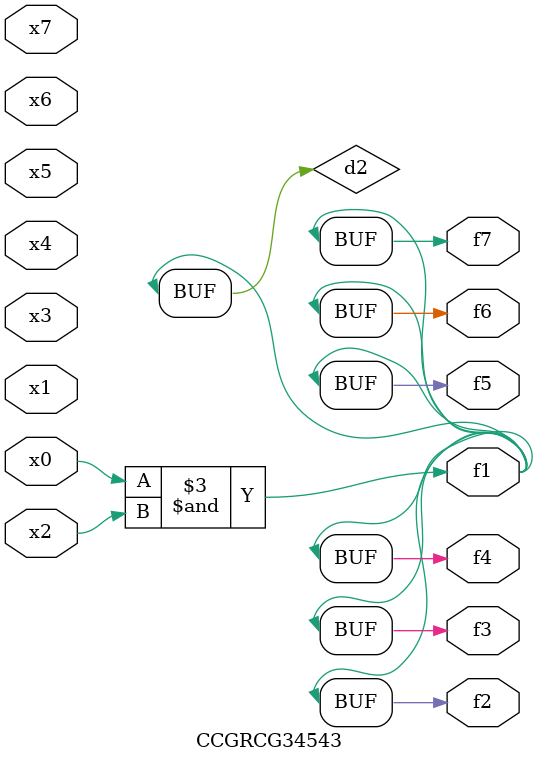
<source format=v>
module CCGRCG34543(
	input x0, x1, x2, x3, x4, x5, x6, x7,
	output f1, f2, f3, f4, f5, f6, f7
);

	wire d1, d2;

	nor (d1, x3, x6);
	and (d2, x0, x2);
	assign f1 = d2;
	assign f2 = d2;
	assign f3 = d2;
	assign f4 = d2;
	assign f5 = d2;
	assign f6 = d2;
	assign f7 = d2;
endmodule

</source>
